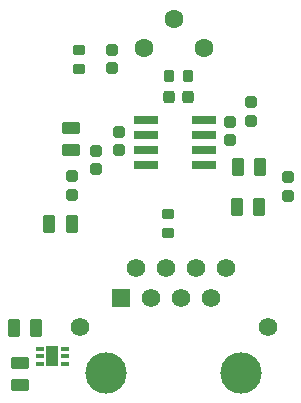
<source format=gts>
%TF.GenerationSoftware,KiCad,Pcbnew,(6.0.4-0)*%
%TF.CreationDate,2022-07-19T19:10:53-04:00*%
%TF.ProjectId,PhotodiodeTIAVoltageReg,50686f74-6f64-4696-9f64-65544941566f,v01*%
%TF.SameCoordinates,Original*%
%TF.FileFunction,Soldermask,Top*%
%TF.FilePolarity,Negative*%
%FSLAX46Y46*%
G04 Gerber Fmt 4.6, Leading zero omitted, Abs format (unit mm)*
G04 Created by KiCad (PCBNEW (6.0.4-0)) date 2022-07-19 19:10:53*
%MOMM*%
%LPD*%
G01*
G04 APERTURE LIST*
G04 Aperture macros list*
%AMRoundRect*
0 Rectangle with rounded corners*
0 $1 Rounding radius*
0 $2 $3 $4 $5 $6 $7 $8 $9 X,Y pos of 4 corners*
0 Add a 4 corners polygon primitive as box body*
4,1,4,$2,$3,$4,$5,$6,$7,$8,$9,$2,$3,0*
0 Add four circle primitives for the rounded corners*
1,1,$1+$1,$2,$3*
1,1,$1+$1,$4,$5*
1,1,$1+$1,$6,$7*
1,1,$1+$1,$8,$9*
0 Add four rect primitives between the rounded corners*
20,1,$1+$1,$2,$3,$4,$5,0*
20,1,$1+$1,$4,$5,$6,$7,0*
20,1,$1+$1,$6,$7,$8,$9,0*
20,1,$1+$1,$8,$9,$2,$3,0*%
G04 Aperture macros list end*
%ADD10C,3.500000*%
%ADD11RoundRect,0.050000X-0.739000X-0.739000X0.739000X-0.739000X0.739000X0.739000X-0.739000X0.739000X0*%
%ADD12C,1.578000*%
%ADD13RoundRect,0.050000X0.985000X0.300000X-0.985000X0.300000X-0.985000X-0.300000X0.985000X-0.300000X0*%
%ADD14RoundRect,0.300000X0.475000X-0.250000X0.475000X0.250000X-0.475000X0.250000X-0.475000X-0.250000X0*%
%ADD15RoundRect,0.275000X0.250000X-0.225000X0.250000X0.225000X-0.250000X0.225000X-0.250000X-0.225000X0*%
%ADD16RoundRect,0.250000X-0.200000X-0.275000X0.200000X-0.275000X0.200000X0.275000X-0.200000X0.275000X0*%
%ADD17RoundRect,0.250000X-0.275000X0.200000X-0.275000X-0.200000X0.275000X-0.200000X0.275000X0.200000X0*%
%ADD18RoundRect,0.275000X-0.250000X0.225000X-0.250000X-0.225000X0.250000X-0.225000X0.250000X0.225000X0*%
%ADD19RoundRect,0.275000X0.225000X0.250000X-0.225000X0.250000X-0.225000X-0.250000X0.225000X-0.250000X0*%
%ADD20RoundRect,0.250000X0.275000X-0.200000X0.275000X0.200000X-0.275000X0.200000X-0.275000X-0.200000X0*%
%ADD21RoundRect,0.268750X0.256250X-0.218750X0.256250X0.218750X-0.256250X0.218750X-0.256250X-0.218750X0*%
%ADD22RoundRect,0.300000X-0.250000X-0.475000X0.250000X-0.475000X0.250000X0.475000X-0.250000X0.475000X0*%
%ADD23RoundRect,0.300000X0.250000X0.475000X-0.250000X0.475000X-0.250000X-0.475000X0.250000X-0.475000X0*%
%ADD24RoundRect,0.075600X0.304400X-0.134400X0.304400X0.134400X-0.304400X0.134400X-0.304400X-0.134400X0*%
%ADD25RoundRect,0.050000X0.500000X-0.800000X0.500000X0.800000X-0.500000X0.800000X-0.500000X-0.800000X0*%
%ADD26C,1.600000*%
G04 APERTURE END LIST*
D10*
%TO.C,J1*%
X120715000Y-93005000D03*
X109285000Y-93005000D03*
D11*
X110555000Y-86655000D03*
D12*
X111825000Y-84115000D03*
X113095000Y-86655000D03*
X114365000Y-84115000D03*
X115635000Y-86655000D03*
X116905000Y-84115000D03*
X118175000Y-86655000D03*
X119445000Y-84115000D03*
X107065000Y-89115000D03*
X122935000Y-89115000D03*
%TD*%
D13*
%TO.C,U2*%
X117570000Y-75445000D03*
X117570000Y-74175000D03*
X117570000Y-72905000D03*
X117570000Y-71635000D03*
X112630000Y-71635000D03*
X112630000Y-72905000D03*
X112630000Y-74175000D03*
X112630000Y-75445000D03*
%TD*%
D14*
%TO.C,C1*%
X106290000Y-74190000D03*
X106290000Y-72290000D03*
%TD*%
D15*
%TO.C,C2*%
X110350000Y-74185000D03*
X110350000Y-72635000D03*
%TD*%
D16*
%TO.C,R1*%
X114555000Y-67880000D03*
X116205000Y-67880000D03*
%TD*%
D17*
%TO.C,R2*%
X106990000Y-65645000D03*
X106990000Y-67295000D03*
%TD*%
D18*
%TO.C,C4*%
X119770000Y-71745000D03*
X119770000Y-73295000D03*
%TD*%
D19*
%TO.C,C5*%
X116155000Y-69630000D03*
X114605000Y-69630000D03*
%TD*%
D20*
%TO.C,R3*%
X114540000Y-81205000D03*
X114540000Y-79555000D03*
%TD*%
D18*
%TO.C,C8*%
X108440000Y-74225000D03*
X108440000Y-75775000D03*
%TD*%
D15*
%TO.C,C9*%
X121570000Y-71665000D03*
X121570000Y-70115000D03*
%TD*%
D21*
%TO.C,L1*%
X106360000Y-77917500D03*
X106360000Y-76342500D03*
%TD*%
D18*
%TO.C,C6*%
X109790000Y-65675000D03*
X109790000Y-67225000D03*
%TD*%
D22*
%TO.C,C3*%
X120430000Y-75560000D03*
X122330000Y-75560000D03*
%TD*%
%TO.C,C10*%
X120340000Y-78990000D03*
X122240000Y-78990000D03*
%TD*%
D21*
%TO.C,L2*%
X124660000Y-78020000D03*
X124660000Y-76445000D03*
%TD*%
D23*
%TO.C,C7*%
X106360000Y-80390000D03*
X104460000Y-80390000D03*
%TD*%
D24*
%TO.C,U3*%
X103694200Y-90967800D03*
X103694200Y-91617800D03*
X103694200Y-92267800D03*
X105754200Y-92267800D03*
X105754200Y-91617800D03*
X105754200Y-90967800D03*
D25*
X104724200Y-91617800D03*
%TD*%
D22*
%TO.C,C12*%
X101437400Y-89255600D03*
X103337400Y-89255600D03*
%TD*%
D14*
%TO.C,C11*%
X101981000Y-94066400D03*
X101981000Y-92166400D03*
%TD*%
D26*
%TO.C,U1*%
X112450000Y-65532000D03*
X115000000Y-63032000D03*
X117550000Y-65532000D03*
%TD*%
M02*

</source>
